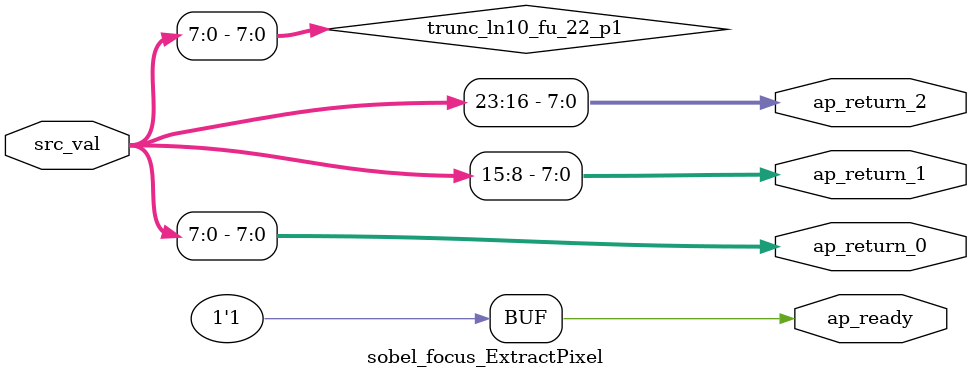
<source format=v>

`timescale 1 ns / 1 ps 

module sobel_focus_ExtractPixel (
        ap_ready,
        src_val,
        ap_return_0,
        ap_return_1,
        ap_return_2
);


output   ap_ready;
input  [23:0] src_val;
output  [7:0] ap_return_0;
output  [7:0] ap_return_1;
output  [7:0] ap_return_2;

wire   [7:0] trunc_ln10_fu_22_p1;

assign ap_ready = 1'b1;

assign trunc_ln10_fu_22_p1 = src_val[7:0];

assign ap_return_0 = trunc_ln10_fu_22_p1;

assign ap_return_1 = {{src_val[15:8]}};

assign ap_return_2 = {{src_val[23:16]}};

endmodule //sobel_focus_ExtractPixel

</source>
